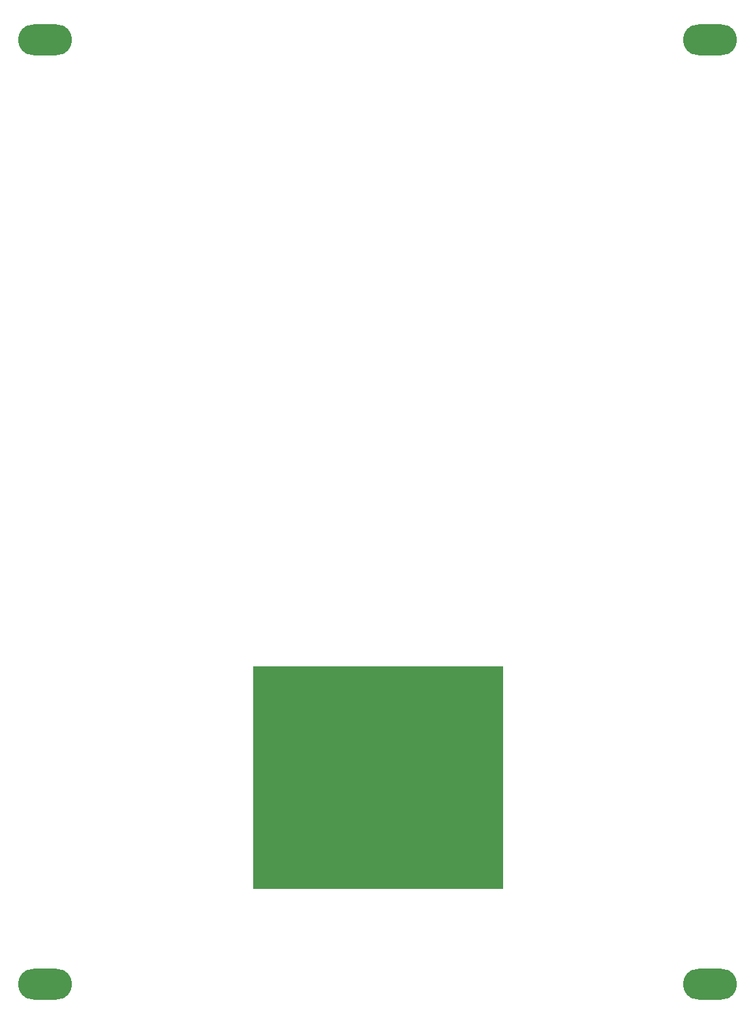
<source format=gbs>
%TF.GenerationSoftware,KiCad,Pcbnew,(6.0.6-0)*%
%TF.CreationDate,2022-09-03T16:06:48+01:00*%
%TF.ProjectId,magnum-front-panel,6d61676e-756d-42d6-9672-6f6e742d7061,r04*%
%TF.SameCoordinates,Original*%
%TF.FileFunction,Soldermask,Bot*%
%TF.FilePolarity,Negative*%
%FSLAX46Y46*%
G04 Gerber Fmt 4.6, Leading zero omitted, Abs format (unit mm)*
G04 Created by KiCad (PCBNEW (6.0.6-0)) date 2022-09-03 16:06:48*
%MOMM*%
%LPD*%
G01*
G04 APERTURE LIST*
%ADD10C,0.120000*%
%ADD11O,7.000000X4.000000*%
G04 APERTURE END LIST*
D10*
%TO.C,Ref\u002A\u002A*%
X75800000Y-106450000D02*
X108200000Y-106450000D01*
X108200000Y-106450000D02*
X108200000Y-135250000D01*
X108200000Y-135250000D02*
X75800000Y-135250000D01*
X75800000Y-135250000D02*
X75800000Y-106450000D01*
G36*
X75800000Y-106450000D02*
G01*
X108200000Y-106450000D01*
X108200000Y-135250000D01*
X75800000Y-135250000D01*
X75800000Y-106450000D01*
G37*
%TD*%
D11*
%TO.C,Ref\u002A\u002A*%
X135100000Y-25200000D03*
X48800000Y-147700000D03*
X135100000Y-147700000D03*
X48800000Y-25200000D03*
%TD*%
M02*

</source>
